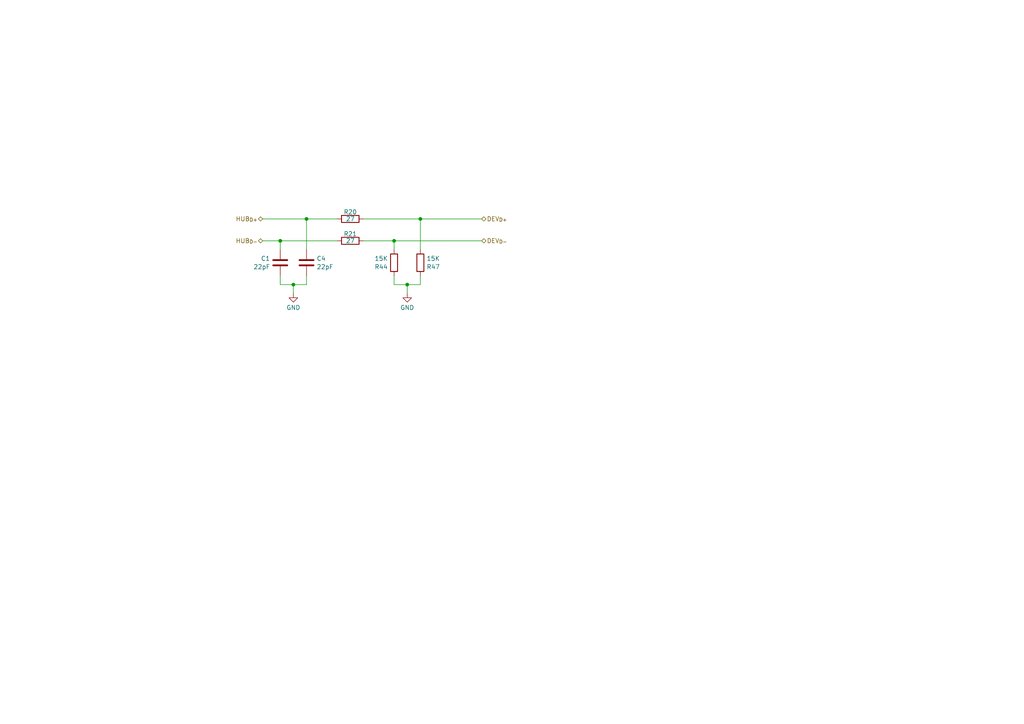
<source format=kicad_sch>
(kicad_sch (version 20231120) (generator "eeschema") (generator_version "8.0")
  (paper "A4")
  (lib_symbols
    (symbol "Device:C" (pin_numbers hide) (pin_names (offset 0.254))
      (property "Reference" "C" (at 0.635 2.54 0))
      (property "Value" "C" (at 0.635 -2.54 0))
      (symbol "C_0_1"
        (polyline (pts (xy -2.032 -0.762) (xy 2.032 -0.762)) (stroke (width 0.508)))
        (polyline (pts (xy -2.032 0.762) (xy 2.032 0.762)) (stroke (width 0.508)))
      )
      (symbol "C_1_1"
        (pin passive line (at 0 3.81 270) (length 2.794) (name "~") (number "1"))
        (pin passive line (at 0 -3.81 90) (length 2.794) (name "~") (number "2"))
      )
    )
    (symbol "Device:R" (pin_numbers hide) (pin_names (offset 0))
      (property "Reference" "R" (at 2.032 0 90))
      (property "Value" "R" (at 0 0 90))
      (symbol "R_0_1"
        (rectangle (start -1.016 -2.54) (end 1.016 2.54) (stroke (width 0.254)))
      )
      (symbol "R_1_1"
        (pin passive line (at 0 3.81 270) (length 1.27) (name "~") (number "1"))
        (pin passive line (at 0 -3.81 90) (length 1.27) (name "~") (number "2"))
      )
    )
    (symbol "power:GND" (power) (pin_numbers hide) (pin_names (offset 0) hide)
      (property "Value" "GND" (at 0 -3.81 0))
      (symbol "GND_0_1"
        (polyline (pts (xy 0 0) (xy 0 -1.27) (xy 1.27 -1.27) (xy 0 -2.54) (xy -1.27 -1.27) (xy 0 -1.27)))
      )
      (symbol "GND_1_1"
        (pin power_in line (at 0 0 270) (length 0) (name "~") (number "1"))
      )
    )
  )
  (junction (at 85.09 82.55))
  (junction (at 88.9 63.5))
  (junction (at 114.3 69.85))
  (junction (at 118.11 82.55))
  (junction (at 121.92 63.5))
  (junction (at 81.28 69.85))
  (wire (pts (xy 118.11 82.55) (xy 118.11 85.09)))
  (wire (pts (xy 114.3 80.01) (xy 114.3 82.55)))
  (wire (pts (xy 88.9 63.5) (xy 97.79 63.5)))
  (wire (pts (xy 121.92 63.5) (xy 121.92 72.39)))
  (wire (pts (xy 114.3 69.85) (xy 114.3 72.39)))
  (wire (pts (xy 81.28 80.01) (xy 81.28 82.55)))
  (wire (pts (xy 85.09 82.55) (xy 88.9 82.55)))
  (wire (pts (xy 114.3 69.85) (xy 139.7 69.85)))
  (wire (pts (xy 88.9 63.5) (xy 88.9 72.39)))
  (wire (pts (xy 114.3 82.55) (xy 118.11 82.55)))
  (wire (pts (xy 121.92 82.55) (xy 121.92 80.01)))
  (wire (pts (xy 76.2 69.85) (xy 81.28 69.85)))
  (wire (pts (xy 118.11 82.55) (xy 121.92 82.55)))
  (wire (pts (xy 105.41 63.5) (xy 121.92 63.5)))
  (wire (pts (xy 85.09 82.55) (xy 85.09 85.09)))
  (wire (pts (xy 105.41 69.85) (xy 114.3 69.85)))
  (wire (pts (xy 121.92 63.5) (xy 139.7 63.5)))
  (wire (pts (xy 81.28 82.55) (xy 85.09 82.55)))
  (wire (pts (xy 76.2 63.5) (xy 88.9 63.5)))
  (wire (pts (xy 81.28 72.39) (xy 81.28 69.85)))
  (wire (pts (xy 81.28 69.85) (xy 97.79 69.85)))
  (wire (pts (xy 88.9 82.55) (xy 88.9 80.01)))
  (hierarchical_label "HUB_{D+}" (shape bidirectional) (at 76.2 63.5 180))
  (hierarchical_label "DEV_{D-}" (shape bidirectional) (at 139.7 69.85 0))
  (hierarchical_label "HUB_{D-}" (shape bidirectional) (at 76.2 69.85 180))
  (hierarchical_label "DEV_{D+}" (shape bidirectional) (at 139.7 63.5 0))
  (symbol (lib_id "Device:R") (at 101.6 69.85 270) (mirror x) (unit 1)
    (property "Reference" "R21" (at 101.6 68.58 90) (effects (justify top)))
    (property "Value" "27" (at 101.6 69.85 90))
    (property "Footprint" "Resistor_SMD:R_0603_1608Metric_Pad0.98x0.95mm_HandSolder" (effects (hide yes)))
    (instances (project "Mainboard" (path "" (reference "R21") (unit 1)) (path "" (reference "R23") (unit 1)) (path "" (reference "R25") (unit 1)) (path "" (reference "R27") (unit 1)) (path "" (reference "R31") (unit 1)) (path "" (reference "R53") (unit 1)) (path "" (reference "R57") (unit 1)) (path "" (reference "R61") (unit 1)) (path "" (reference "R65") (unit 1)) (path "" (reference "R33") (unit 1)) (path "" (reference "R37") (unit 1)) (path "" (reference "R41") (unit 1))))
  )
  (symbol (lib_id "Device:C") (at 88.9 76.2 0) (mirror y) (unit 1)
    (property "Reference" "C4" (at 91.821 74.9878 0) (effects (justify right)))
    (property "Value" "22pF" (at 91.821 77.4121 0) (effects (justify right)))
    (property "Footprint" "Capacitor_SMD:C_0603_1608Metric_Pad1.08x0.95mm_HandSolder" (effects (hide yes)))
    (property "Description" "Unpolarized capacitor" (effects (hide yes)))
    (instances (project "Mainboard" (path "" (reference "C4") (unit 1)) (path "" (reference "C5") (unit 1)) (path "" (reference "C6") (unit 1)) (path "" (reference "C8") (unit 1)) (path "" (reference "C10") (unit 1)) (path "" (reference "C12") (unit 1)) (path "" (reference "C14") (unit 1)) (path "" (reference "C16") (unit 1)) (path "" (reference "C18") (unit 1)) (path "" (reference "C20") (unit 1)) (path "" (reference "C22") (unit 1)) (path "" (reference "C24") (unit 1))))
  )
  (symbol (lib_id "Device:C") (at 81.28 76.2 0) (unit 1)
    (property "Reference" "C1" (at 78.359 74.9878 0) (effects (justify right)))
    (property "Value" "22pF" (at 78.359 77.4121 0) (effects (justify right)))
    (property "Footprint" "Capacitor_SMD:C_0603_1608Metric_Pad1.08x0.95mm_HandSolder" (effects (hide yes)))
    (property "Description" "Unpolarized capacitor" (effects (hide yes)))
    (instances (project "Mainboard" (path "" (reference "C1") (unit 1)) (path "" (reference "C2") (unit 1)) (path "" (reference "C3") (unit 1)) (path "" (reference "C7") (unit 1)) (path "" (reference "C9") (unit 1)) (path "" (reference "C11") (unit 1)) (path "" (reference "C13") (unit 1)) (path "" (reference "C15") (unit 1)) (path "" (reference "C17") (unit 1)) (path "" (reference "C19") (unit 1)) (path "" (reference "C21") (unit 1)) (path "" (reference "C23") (unit 1))))
  )
  (symbol (lib_id "power:GND") (at 85.09 85.09 0) (unit 1)
    (property "Reference" "#PWR0131" (effects (hide yes)))
    (property "Value" "GND" (at 85.09 89.2231 0))
    (property "Description" "Power symbol creates a global label with name \"GND\" , ground" (effects (hide yes)))
    (instances (project "Mainboard" (path "" (reference "#PWR0131") (unit 1)) (path "" (reference "#PWR0133") (unit 1)) (path "" (reference "#PWR0125") (unit 1)) (path "" (reference "#PWR0126") (unit 1)) (path "" (reference "#PWR0137") (unit 1)) (path "" (reference "#PWR0139") (unit 1)) (path "" (reference "#PWR0141") (unit 1)) (path "" (reference "#PWR0143") (unit 1)) (path "" (reference "#PWR0145") (unit 1)) (path "" (reference "#PWR0135") (unit 1)) (path "" (reference "#PWR0162") (unit 1)) (path "" (reference "#PWR0163") (unit 1))))
  )
  (symbol (lib_id "Device:R") (at 101.6 63.5 270) (mirror x) (unit 1)
    (property "Reference" "R20" (at 101.6 62.23 90) (effects (justify top)))
    (property "Value" "27" (at 101.6 63.5 90))
    (property "Footprint" "Resistor_SMD:R_0603_1608Metric_Pad0.98x0.95mm_HandSolder" (effects (hide yes)))
    (instances (project "Mainboard" (path "" (reference "R20") (unit 1)) (path "" (reference "R22") (unit 1)) (path "" (reference "R24") (unit 1)) (path "" (reference "R26") (unit 1)) (path "" (reference "R30") (unit 1)) (path "" (reference "R52") (unit 1)) (path "" (reference "R56") (unit 1)) (path "" (reference "R60") (unit 1)) (path "" (reference "R64") (unit 1)) (path "" (reference "R32") (unit 1)) (path "" (reference "R36") (unit 1)) (path "" (reference "R40") (unit 1))))
  )
  (symbol (lib_id "Device:R") (at 121.92 76.2 0) (mirror x) (unit 1)
    (property "Reference" "R47" (at 123.698 77.4121 0) (effects (justify left)))
    (property "Value" "15K" (at 123.698 74.9879 0) (effects (justify left)))
    (property "Footprint" "Resistor_SMD:R_0603_1608Metric_Pad0.98x0.95mm_HandSolder" (effects (hide yes)))
    (instances (project "Mainboard" (path "" (reference "R47") (unit 1)) (path "" (reference "R48") (unit 1)) (path "" (reference "R49") (unit 1)) (path "" (reference "R29") (unit 1)) (path "" (reference "R51") (unit 1)) (path "" (reference "R55") (unit 1)) (path "" (reference "R59") (unit 1)) (path "" (reference "R63") (unit 1)) (path "" (reference "R67") (unit 1)) (path "" (reference "R35") (unit 1)) (path "" (reference "R39") (unit 1)) (path "" (reference "R43") (unit 1))))
  )
  (symbol (lib_id "Device:R") (at 114.3 76.2 180) (unit 1)
    (property "Reference" "R44" (at 112.522 77.4121 0) (effects (justify left)))
    (property "Value" "15K" (at 112.522 74.9879 0) (effects (justify left)))
    (property "Footprint" "Resistor_SMD:R_0603_1608Metric_Pad0.98x0.95mm_HandSolder" (effects (hide yes)))
    (instances (project "Mainboard" (path "" (reference "R44") (unit 1)) (path "" (reference "R45") (unit 1)) (path "" (reference "R46") (unit 1)) (path "" (reference "R28") (unit 1)) (path "" (reference "R50") (unit 1)) (path "" (reference "R54") (unit 1)) (path "" (reference "R58") (unit 1)) (path "" (reference "R62") (unit 1)) (path "" (reference "R66") (unit 1)) (path "" (reference "R34") (unit 1)) (path "" (reference "R38") (unit 1)) (path "" (reference "R42") (unit 1))))
  )
  (symbol (lib_id "power:GND") (at 118.11 85.09 0) (unit 1)
    (property "Reference" "#PWR0128" (effects (hide yes)))
    (property "Value" "GND" (at 118.11 89.2231 0))
    (property "Description" "Power symbol creates a global label with name \"GND\" , ground" (effects (hide yes)))
    (instances (project "Mainboard" (path "" (reference "#PWR0128") (unit 1)) (path "" (reference "#PWR0129") (unit 1)) (path "" (reference "#PWR0130") (unit 1)) (path "" (reference "#PWR0132") (unit 1)) (path "" (reference "#PWR0134") (unit 1)) (path "" (reference "#PWR0136") (unit 1)) (path "" (reference "#PWR0127") (unit 1)) (path "" (reference "#PWR0138") (unit 1)) (path "" (reference "#PWR0140") (unit 1)) (path "" (reference "#PWR0142") (unit 1)) (path "" (reference "#PWR0144") (unit 1)) (path "" (reference "#PWR0146") (unit 1))))
  )
)
</source>
